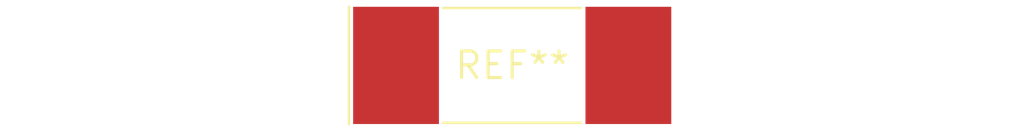
<source format=kicad_pcb>
(kicad_pcb (version 20240108) (generator pcbnew)
  (layers (0 "F.Cu" signal) (31 "B.Cu" signal) (34 "B.Paste" user) (35 "F.Paste" user) (36 "B.SilkS" user "B.Silkscreen") (37 "F.SilkS" user "F.Silkscreen") (38 "B.Mask" user) (39 "F.Mask" user) (44 "Edge.Cuts" user))
  (net 0 "")
  (footprint "Crystal_SMD_SeikoEpson_MA505-2Pin_12.7x5.1mm" (layer "F.Cu") (at 0 0)
    (property "Reference" "REF**")
    (property "Value" "Crystal_SMD_SeikoEpson_MA505-2Pin_12.7x5.1mm")
    (fp_line (start -7.8 -2.8) (end -7.8 2.8) (layer "F.SilkS") (stroke (width 0.12)))
    (fp_line (start -3.3 -2.74) (end 3.3 -2.74) (layer "F.SilkS") (stroke (width 0.12)))
    (fp_line (start -3.3 2.74) (end 3.3 2.74) (layer "F.SilkS") (stroke (width 0.12)))
    (pad "1" smd rect (at -5.55 0) (size 4.1 5.6) (layers "F.Cu" "F.Paste" "F.Mask"))
    (pad "2" smd rect (at 5.55 0) (size 4.1 5.6) (layers "F.Cu" "F.Paste" "F.Mask"))
  )
)
</source>
